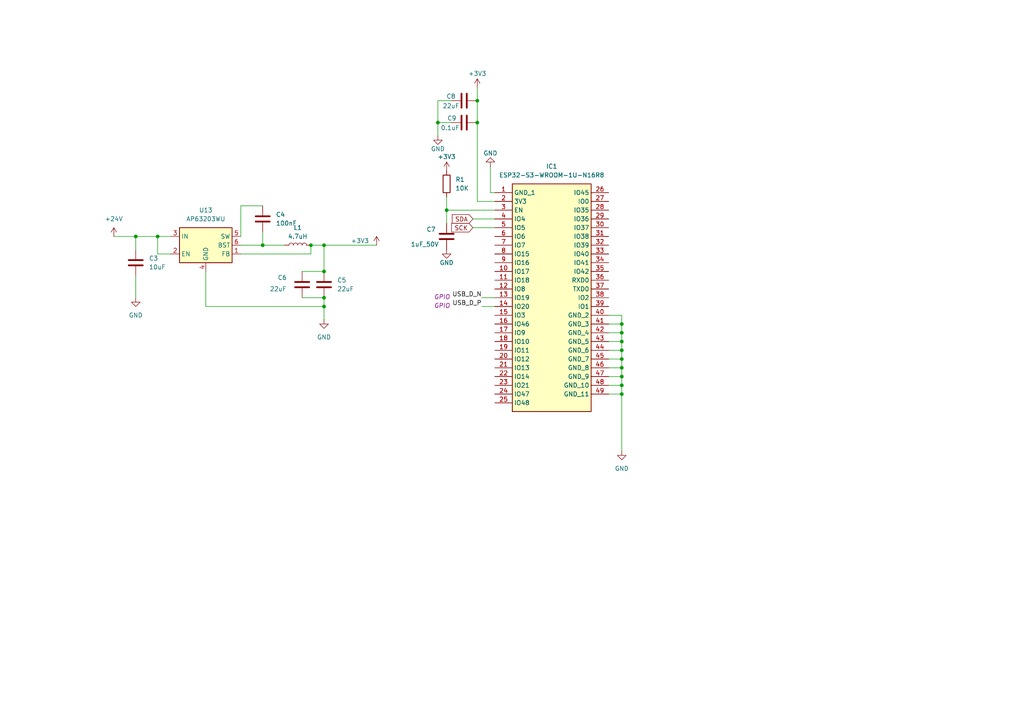
<source format=kicad_sch>
(kicad_sch (version 20250114) (generator "eeschema") (generator_version "9.0")
  (paper "A4")
  (lib_symbols
    (symbol "1_tme:ESP32-S3-WROOM-1U-N16R8"
      (property "Reference" "IC" (at 29.21 7.62 0))
      (property "Value" "ESP32-S3-WROOM-1U-N16R8" (at 29.21 5.08 0))
      (symbol "ESP32-S3-WROOM-1U-N16R8_1_1"
        (rectangle (start 5.08 2.54) (end 27.94 -63.5) (stroke (width 0.254)) (fill (type background)))
        (pin passive line (at 0 0 0) (length 5.08) (name "GND_1") (number "1"))
        (pin passive line (at 0 -2.54 0) (length 5.08) (name "3V3") (number "2"))
        (pin passive line (at 0 -5.08 0) (length 5.08) (name "EN") (number "3"))
        (pin passive line (at 0 -7.62 0) (length 5.08) (name "IO4") (number "4"))
        (pin passive line (at 0 -10.16 0) (length 5.08) (name "IO5") (number "5"))
        (pin passive line (at 0 -12.7 0) (length 5.08) (name "IO6") (number "6"))
        (pin passive line (at 0 -15.24 0) (length 5.08) (name "IO7") (number "7"))
        (pin passive line (at 0 -17.78 0) (length 5.08) (name "IO15") (number "8"))
        (pin passive line (at 0 -20.32 0) (length 5.08) (name "IO16") (number "9"))
        (pin passive line (at 0 -22.86 0) (length 5.08) (name "IO17") (number "10"))
        (pin passive line (at 0 -25.4 0) (length 5.08) (name "IO18") (number "11"))
        (pin passive line (at 0 -27.94 0) (length 5.08) (name "IO8") (number "12"))
        (pin passive line (at 0 -30.48 0) (length 5.08) (name "IO19") (number "13"))
        (pin passive line (at 0 -33.02 0) (length 5.08) (name "IO20") (number "14"))
        (pin passive line (at 0 -35.56 0) (length 5.08) (name "IO3") (number "15"))
        (pin passive line (at 0 -38.1 0) (length 5.08) (name "IO46") (number "16"))
        (pin passive line (at 0 -40.64 0) (length 5.08) (name "IO9") (number "17"))
        (pin passive line (at 0 -43.18 0) (length 5.08) (name "IO10") (number "18"))
        (pin passive line (at 0 -45.72 0) (length 5.08) (name "IO11") (number "19"))
        (pin passive line (at 0 -48.26 0) (length 5.08) (name "IO12") (number "20"))
        (pin passive line (at 0 -50.8 0) (length 5.08) (name "IO13") (number "21"))
        (pin passive line (at 0 -53.34 0) (length 5.08) (name "IO14") (number "22"))
        (pin passive line (at 0 -55.88 0) (length 5.08) (name "IO21") (number "23"))
        (pin passive line (at 0 -58.42 0) (length 5.08) (name "IO47") (number "24"))
        (pin passive line (at 0 -60.96 0) (length 5.08) (name "IO48") (number "25"))
        (pin passive line (at 33.02 0 180) (length 5.08) (name "IO45") (number "26"))
        (pin passive line (at 33.02 -2.54 180) (length 5.08) (name "IO0") (number "27"))
        (pin passive line (at 33.02 -5.08 180) (length 5.08) (name "IO35") (number "28"))
        (pin passive line (at 33.02 -7.62 180) (length 5.08) (name "IO36") (number "29"))
        (pin passive line (at 33.02 -10.16 180) (length 5.08) (name "IO37") (number "30"))
        (pin passive line (at 33.02 -12.7 180) (length 5.08) (name "IO38") (number "31"))
        (pin passive line (at 33.02 -15.24 180) (length 5.08) (name "IO39") (number "32"))
        (pin passive line (at 33.02 -17.78 180) (length 5.08) (name "IO40") (number "33"))
        (pin passive line (at 33.02 -20.32 180) (length 5.08) (name "IO41") (number "34"))
        (pin passive line (at 33.02 -22.86 180) (length 5.08) (name "IO42") (number "35"))
        (pin passive line (at 33.02 -25.4 180) (length 5.08) (name "RXD0") (number "36"))
        (pin passive line (at 33.02 -27.94 180) (length 5.08) (name "TXD0") (number "37"))
        (pin passive line (at 33.02 -30.48 180) (length 5.08) (name "IO2") (number "38"))
        (pin passive line (at 33.02 -33.02 180) (length 5.08) (name "IO1") (number "39"))
        (pin passive line (at 33.02 -35.56 180) (length 5.08) (name "GND_2") (number "40"))
        (pin passive line (at 33.02 -38.1 180) (length 5.08) (name "GND_3") (number "41"))
        (pin passive line (at 33.02 -40.64 180) (length 5.08) (name "GND_4") (number "42"))
        (pin passive line (at 33.02 -43.18 180) (length 5.08) (name "GND_5") (number "43"))
        (pin passive line (at 33.02 -45.72 180) (length 5.08) (name "GND_6") (number "44"))
        (pin passive line (at 33.02 -48.26 180) (length 5.08) (name "GND_7") (number "45"))
        (pin passive line (at 33.02 -50.8 180) (length 5.08) (name "GND_8") (number "46"))
        (pin passive line (at 33.02 -53.34 180) (length 5.08) (name "GND_9") (number "47"))
        (pin passive line (at 33.02 -55.88 180) (length 5.08) (name "GND_10") (number "48"))
        (pin passive line (at 33.02 -58.42 180) (length 5.08) (name "GND_11") (number "49"))
      )
    )
    (symbol "Device:C" (pin_numbers (hide yes)) (pin_names (offset 0.254))
      (property "Reference" "C" (at 0.635 2.54 0))
      (property "Value" "C" (at 0.635 -2.54 0))
      (symbol "C_0_1"
        (polyline (pts (xy -2.032 0.762) (xy 2.032 0.762)) (stroke (width 0.508)))
        (polyline (pts (xy -2.032 -0.762) (xy 2.032 -0.762)) (stroke (width 0.508)))
      )
      (symbol "C_1_1"
        (pin passive line (at 0 3.81 270) (length 2.794) (name "~") (number "1"))
        (pin passive line (at 0 -3.81 90) (length 2.794) (name "~") (number "2"))
      )
    )
    (symbol "Device:L" (pin_numbers (hide yes)) (pin_names (offset 1.016) (hide yes))
      (property "Reference" "L" (at -1.27 0 90))
      (property "Value" "L" (at 1.905 0 90))
      (symbol "L_0_1"
        (arc (start 0 2.54) (mid 0.6323 1.905) (end 0 1.27))
        (arc (start 0 1.27) (mid 0.6323 0.635) (end 0 0))
        (arc (start 0 0) (mid 0.6323 -0.635) (end 0 -1.27))
        (arc (start 0 -1.27) (mid 0.6323 -1.905) (end 0 -2.54))
      )
      (symbol "L_1_1"
        (pin passive line (at 0 3.81 270) (length 1.27) (name "1") (number "1"))
        (pin passive line (at 0 -3.81 90) (length 1.27) (name "2") (number "2"))
      )
    )
    (symbol "Device:R" (pin_numbers (hide yes)) (pin_names (offset 0))
      (property "Reference" "R" (at 2.032 0 90))
      (property "Value" "R" (at 0 0 90))
      (symbol "R_0_1"
        (rectangle (start -1.016 -2.54) (end 1.016 2.54) (stroke (width 0.254)))
      )
      (symbol "R_1_1"
        (pin passive line (at 0 3.81 270) (length 1.27) (name "~") (number "1"))
        (pin passive line (at 0 -3.81 90) (length 1.27) (name "~") (number "2"))
      )
    )
    (symbol "Regulator_Switching:AP63203WU"
      (property "Reference" "U" (at -7.62 6.35 0))
      (property "Value" "AP63203WU" (at 2.54 6.35 0))
      (symbol "AP63203WU_0_1"
        (rectangle (start -7.62 5.08) (end 7.62 -5.08) (stroke (width 0.254)) (fill (type background)))
      )
      (symbol "AP63203WU_1_1"
        (pin power_in line (at -10.16 2.54 0) (length 2.54) (name "IN") (number "3"))
        (pin input line (at -10.16 -2.54 0) (length 2.54) (name "EN") (number "2"))
        (pin power_in line (at 0 -7.62 90) (length 2.54) (name "GND") (number "4"))
        (pin output line (at 10.16 2.54 180) (length 2.54) (name "SW") (number "5"))
        (pin passive line (at 10.16 0 180) (length 2.54) (name "BST") (number "6"))
        (pin input line (at 10.16 -2.54 180) (length 2.54) (name "FB") (number "1"))
      )
    )
    (symbol "power:+24V" (power) (pin_numbers (hide yes)) (pin_names (offset 0) (hide yes))
      (property "Value" "+24V" (at 0 3.556 0))
      (symbol "+24V_0_1"
        (polyline (pts (xy -0.762 1.27) (xy 0 2.54)))
        (polyline (pts (xy 0 2.54) (xy 0.762 1.27)))
        (polyline (pts (xy 0 0) (xy 0 2.54)))
      )
      (symbol "+24V_1_1"
        (pin power_in line (at 0 0 90) (length 0) (name "~") (number "1"))
      )
    )
    (symbol "power:+5VD" (power) (pin_numbers (hide yes)) (pin_names (offset 0) (hide yes))
      (property "Value" "+5VD" (at 0 3.556 0))
      (symbol "+5VD_0_1"
        (polyline (pts (xy -0.762 1.27) (xy 0 2.54)))
        (polyline (pts (xy 0 2.54) (xy 0.762 1.27)))
        (polyline (pts (xy 0 0) (xy 0 2.54)))
      )
      (symbol "+5VD_1_1"
        (pin power_in line (at 0 0 90) (length 0) (name "~") (number "1"))
      )
    )
    (symbol "power:GND" (power) (pin_numbers (hide yes)) (pin_names (offset 0) (hide yes))
      (property "Value" "GND" (at 0 -3.81 0))
      (symbol "GND_0_1"
        (polyline (pts (xy 0 0) (xy 0 -1.27) (xy 1.27 -1.27) (xy 0 -2.54) (xy -1.27 -1.27) (xy 0 -1.27)))
      )
      (symbol "GND_1_1"
        (pin power_in line (at 0 0 270) (length 0) (name "~") (number "1"))
      )
    )
  )
  (junction (at 138.43 29.21))
  (junction (at 76.2 71.12))
  (junction (at 93.98 71.12))
  (junction (at 93.98 86.36))
  (junction (at 138.43 35.56))
  (junction (at 180.34 106.68))
  (junction (at 180.34 93.98))
  (junction (at 180.34 96.52))
  (junction (at 39.37 68.58))
  (junction (at 180.34 111.76))
  (junction (at 93.98 88.9))
  (junction (at 129.54 60.96))
  (junction (at 180.34 109.22))
  (junction (at 93.98 78.74))
  (junction (at 180.34 114.3))
  (junction (at 180.34 101.6))
  (junction (at 45.72 68.58))
  (junction (at 127 35.56))
  (junction (at 180.34 99.06))
  (junction (at 90.17 71.12))
  (junction (at 180.34 104.14))
  (wire (pts (xy 142.24 55.88) (xy 143.51 55.88)))
  (wire (pts (xy 129.54 57.15) (xy 129.54 60.96)))
  (wire (pts (xy 176.53 93.98) (xy 180.34 93.98)))
  (wire (pts (xy 127 29.21) (xy 130.81 29.21)))
  (wire (pts (xy 39.37 68.58) (xy 45.72 68.58)))
  (wire (pts (xy 180.34 111.76) (xy 180.34 114.3)))
  (wire (pts (xy 93.98 86.36) (xy 93.98 88.9)))
  (wire (pts (xy 69.85 59.69) (xy 76.2 59.69)))
  (wire (pts (xy 93.98 71.12) (xy 109.22 71.12)))
  (wire (pts (xy 39.37 68.58) (xy 39.37 72.39)))
  (wire (pts (xy 176.53 114.3) (xy 180.34 114.3)))
  (wire (pts (xy 138.43 25.4) (xy 138.43 29.21)))
  (wire (pts (xy 176.53 109.22) (xy 180.34 109.22)))
  (wire (pts (xy 138.43 58.42) (xy 143.51 58.42)))
  (wire (pts (xy 59.69 88.9) (xy 59.69 78.74)))
  (wire (pts (xy 180.34 109.22) (xy 180.34 111.76)))
  (wire (pts (xy 49.53 73.66) (xy 45.72 73.66)))
  (wire (pts (xy 176.53 111.76) (xy 180.34 111.76)))
  (wire (pts (xy 139.7 88.9) (xy 143.51 88.9)))
  (wire (pts (xy 76.2 71.12) (xy 82.55 71.12)))
  (wire (pts (xy 180.34 99.06) (xy 180.34 101.6)))
  (wire (pts (xy 180.34 104.14) (xy 180.34 106.68)))
  (wire (pts (xy 139.7 86.36) (xy 143.51 86.36)))
  (wire (pts (xy 127 35.56) (xy 127 29.21)))
  (wire (pts (xy 69.85 71.12) (xy 76.2 71.12)))
  (wire (pts (xy 176.53 101.6) (xy 180.34 101.6)))
  (wire (pts (xy 69.85 68.58) (xy 69.85 59.69)))
  (wire (pts (xy 176.53 106.68) (xy 180.34 106.68)))
  (wire (pts (xy 39.37 80.01) (xy 39.37 86.36)))
  (wire (pts (xy 176.53 96.52) (xy 180.34 96.52)))
  (wire (pts (xy 93.98 88.9) (xy 93.98 92.71)))
  (wire (pts (xy 180.34 114.3) (xy 180.34 130.81)))
  (wire (pts (xy 90.17 71.12) (xy 90.17 73.66)))
  (wire (pts (xy 176.53 91.44) (xy 180.34 91.44)))
  (wire (pts (xy 127 39.37) (xy 127 35.56)))
  (wire (pts (xy 45.72 73.66) (xy 45.72 68.58)))
  (wire (pts (xy 180.34 101.6) (xy 180.34 104.14)))
  (wire (pts (xy 138.43 29.21) (xy 138.43 35.56)))
  (wire (pts (xy 138.43 35.56) (xy 138.43 58.42)))
  (wire (pts (xy 93.98 88.9) (xy 59.69 88.9)))
  (wire (pts (xy 127 35.56) (xy 130.81 35.56)))
  (wire (pts (xy 129.54 60.96) (xy 129.54 64.77)))
  (wire (pts (xy 33.02 68.58) (xy 39.37 68.58)))
  (wire (pts (xy 143.51 60.96) (xy 129.54 60.96)))
  (wire (pts (xy 176.53 104.14) (xy 180.34 104.14)))
  (wire (pts (xy 69.85 73.66) (xy 90.17 73.66)))
  (wire (pts (xy 180.34 91.44) (xy 180.34 93.98)))
  (wire (pts (xy 142.24 48.26) (xy 142.24 55.88)))
  (wire (pts (xy 137.16 63.5) (xy 143.51 63.5)))
  (wire (pts (xy 180.34 96.52) (xy 180.34 99.06)))
  (wire (pts (xy 90.17 71.12) (xy 93.98 71.12)))
  (wire (pts (xy 45.72 68.58) (xy 49.53 68.58)))
  (wire (pts (xy 76.2 67.31) (xy 76.2 71.12)))
  (wire (pts (xy 87.63 86.36) (xy 93.98 86.36)))
  (wire (pts (xy 137.16 66.04) (xy 143.51 66.04)))
  (wire (pts (xy 180.34 93.98) (xy 180.34 96.52)))
  (wire (pts (xy 87.63 78.74) (xy 93.98 78.74)))
  (wire (pts (xy 93.98 71.12) (xy 93.98 78.74)))
  (wire (pts (xy 176.53 99.06) (xy 180.34 99.06)))
  (wire (pts (xy 180.34 106.68) (xy 180.34 109.22)))
  (label "USB_D_N" (at 139.7 86.36 180) (property "Netclass" "GPIO" (at 130.556 86.106 0) (effects (font (italic yes)) (justify right))))
  (label "USB_D_P" (at 139.7 88.9 180) (property "Netclass" "GPIO" (at 130.556 88.646 0) (effects (font (italic yes)) (justify right))))
  (global_label "SDA" (shape input) (at 137.16 63.5 180) (property "Intersheetrefs" "${INTERSHEET_REFS}" (effects (hide yes))))
  (global_label "SCK" (shape input) (at 137.16 66.04 180) (property "Intersheetrefs" "${INTERSHEET_REFS}" (effects (hide yes))))
  (symbol (lib_id "Device:C") (at 134.62 35.56 90) (unit 1)
    (property "Reference" "C9" (at 131.064 34.29 90))
    (property "Value" "0.1uF" (at 130.556 37.084 90))
    (property "Footprint" "Capacitor_SMD:C_0805_2012Metric_Pad1.18x1.45mm_HandSolder" (effects (hide yes)))
    (property "Description" "Unpolarized capacitor" (effects (hide yes)))
  )
  (symbol (lib_id "Device:C") (at 129.54 68.58 0) (unit 1)
    (property "Reference" "C7" (at 123.698 66.548 0) (effects (justify left)))
    (property "Value" "1uF_50V" (at 119.126 70.866 0) (effects (justify left)))
    (property "Footprint" "Capacitor_SMD:C_0805_2012Metric_Pad1.18x1.45mm_HandSolder" (effects (hide yes)))
    (property "Description" "Unpolarized capacitor" (effects (hide yes)))
  )
  (symbol (lib_id "Device:C") (at 39.37 76.2 0) (unit 1)
    (property "Reference" "C3" (at 43.18 74.9299 0) (effects (justify left)))
    (property "Value" "10uF" (at 43.18 77.4699 0) (effects (justify left)))
    (property "Footprint" "Capacitor_SMD:C_0805_2012Metric_Pad1.18x1.45mm_HandSolder" (effects (hide yes)))
    (property "Description" "Unpolarized capacitor" (effects (hide yes)))
  )
  (symbol (lib_id "power:+5VD") (at 109.22 71.12 0) (unit 1)
    (property "Reference" "#PWR031" (effects (hide yes)))
    (property "Value" "+3V3" (at 104.394 69.85 0))
    (property "Description" "Power symbol creates a global label with name \"+5VD\"" (effects (hide yes)))
  )
  (symbol (lib_id "Device:L") (at 86.36 71.12 90) (unit 1)
    (property "Reference" "L1" (at 86.36 66.04 90))
    (property "Value" "4.7uH" (at 86.36 68.58 90))
    (property "Footprint" "1_tme:LSXND6060YEL4R7NMG" (effects (hide yes)))
    (property "Description" "Inductor" (effects (hide yes)))
  )
  (symbol (lib_id "power:+5VD") (at 138.43 25.4 0) (unit 1)
    (property "Reference" "#PWR027" (effects (hide yes)))
    (property "Value" "+3V3" (at 138.43 21.336 0))
    (property "Description" "Power symbol creates a global label with name \"+5VD\"" (effects (hide yes)))
  )
  (symbol (lib_id "power:+24V") (at 33.02 68.58 0) (unit 1)
    (property "Reference" "#PWR029" (effects (hide yes)))
    (property "Value" "+24V" (at 33.02 63.5 0))
    (property "Description" "Power symbol creates a global label with name \"+24V\"" (effects (hide yes)))
  )
  (symbol (lib_id "Device:R") (at 129.54 53.34 0) (unit 1)
    (property "Reference" "R1" (at 132.08 52.0699 0) (effects (justify left)))
    (property "Value" "10K" (at 132.08 54.6099 0) (effects (justify left)))
    (property "Footprint" "PCM_Resistor_SMD_AKL:R_0805_2012Metric_Pad1.20x1.40mm_HandSolder" (effects (hide yes)))
    (property "Description" "Resistor" (effects (hide yes)))
  )
  (symbol (lib_id "Device:C") (at 93.98 82.55 0) (unit 1)
    (property "Reference" "C5" (at 97.79 81.2799 0) (effects (justify left)))
    (property "Value" "22uF" (at 97.79 83.8199 0) (effects (justify left)))
    (property "Footprint" "Capacitor_SMD:C_0805_2012Metric_Pad1.18x1.45mm_HandSolder" (effects (hide yes)))
    (property "Description" "Unpolarized capacitor" (effects (hide yes)))
  )
  (symbol (lib_id "1_tme:ESP32-S3-WROOM-1U-N16R8") (at 143.51 55.88 0) (unit 1)
    (property "Reference" "IC1" (at 160.02 48.26 0))
    (property "Value" "ESP32-S3-WROOM-1U-N16R8" (at 160.02 50.8 0))
    (property "Footprint" "ESP32S3WROOM1UN16R8" (effects (hide yes)))
    (property "Datasheet" "https://www.espressif.com/sites/default/files/documentation/esp32-s3-wroom-1_wroom-1u_datasheet_en.pdf" (effects (hide yes)))
    (property "Description" "WiFi Modules - 802.11 [Engineering Samples] SMD Module, ESP32-S3R8, 8 MB Octal PSRAM Die, 16 MB Quad SPI Flash, IPEX Antenna Connector" (effects (hide yes)))
    (property "Height" "3.35" (effects (hide yes)))
    (property "Manufacturer_Name" "Espressif Systems" (effects (hide yes)))
    (property "Manufacturer_Part_Number" "ESP32-S3-WROOM-1U-N16R8" (effects (hide yes)))
  )
  (symbol (lib_id "Regulator_Switching:AP63203WU") (at 59.69 71.12 0) (unit 1)
    (property "Reference" "U13" (at 59.69 60.96 0))
    (property "Value" "AP63203WU" (at 59.69 63.5 0))
    (property "Footprint" "Package_TO_SOT_SMD:TSOT-23-6" (effects (hide yes)))
    (property "Datasheet" "https://www.diodes.com/assets/Datasheets/AP63200-AP63201-AP63203-AP63205.pdf" (effects (hide yes)))
    (property "Description" "2A, 1.1MHz Buck DC/DC Converter, fixed 3.3V output voltage, TSOT-23-6" (effects (hide yes)))
  )
  (symbol (lib_id "power:GND") (at 93.98 92.71 0) (unit 1)
    (property "Reference" "#PWR030" (effects (hide yes)))
    (property "Value" "GND" (at 93.98 97.79 0))
    (property "Description" "Power symbol creates a global label with name \"GND\" , ground" (effects (hide yes)))
  )
  (symbol (lib_id "Device:C") (at 76.2 63.5 0) (unit 1)
    (property "Reference" "C4" (at 80.01 62.2299 0) (effects (justify left)))
    (property "Value" "100nF" (at 80.01 64.7699 0) (effects (justify left)))
    (property "Footprint" "Capacitor_SMD:C_0805_2012Metric_Pad1.18x1.45mm_HandSolder" (effects (hide yes)))
    (property "Description" "Unpolarized capacitor" (effects (hide yes)))
  )
  (symbol (lib_id "power:GND") (at 142.24 48.26 180) (unit 1)
    (property "Reference" "#PWR019" (effects (hide yes)))
    (property "Value" "GND" (at 142.24 44.45 0))
    (property "Description" "Power symbol creates a global label with name \"GND\" , ground" (effects (hide yes)))
  )
  (symbol (lib_id "power:+5VD") (at 129.54 49.53 0) (unit 1)
    (property "Reference" "#PWR034" (effects (hide yes)))
    (property "Value" "+3V3" (at 129.54 45.466 0))
    (property "Description" "Power symbol creates a global label with name \"+5VD\"" (effects (hide yes)))
  )
  (symbol (lib_id "power:GND") (at 129.54 72.39 0) (unit 1)
    (property "Reference" "#PWR035" (effects (hide yes)))
    (property "Value" "GND" (at 129.54 76.2 0))
    (property "Description" "Power symbol creates a global label with name \"GND\" , ground" (effects (hide yes)))
  )
  (symbol (lib_id "power:GND") (at 127 39.37 0) (unit 1)
    (property "Reference" "#PWR036" (effects (hide yes)))
    (property "Value" "GND" (at 127 43.18 0))
    (property "Description" "Power symbol creates a global label with name \"GND\" , ground" (effects (hide yes)))
  )
  (symbol (lib_id "power:GND") (at 180.34 130.81 0) (unit 1)
    (property "Reference" "#PWR020" (effects (hide yes)))
    (property "Value" "GND" (at 180.34 135.89 0))
    (property "Description" "Power symbol creates a global label with name \"GND\" , ground" (effects (hide yes)))
  )
  (symbol (lib_id "Device:C") (at 87.63 82.55 0) (unit 1)
    (property "Reference" "C6" (at 80.518 80.518 0) (effects (justify left)))
    (property "Value" "22uF" (at 78.232 83.82 0) (effects (justify left)))
    (property "Footprint" "Capacitor_SMD:C_0805_2012Metric_Pad1.18x1.45mm_HandSolder" (effects (hide yes)))
    (property "Description" "Unpolarized capacitor" (effects (hide yes)))
  )
  (symbol (lib_id "power:GND") (at 39.37 86.36 0) (unit 1)
    (property "Reference" "#PWR032" (effects (hide yes)))
    (property "Value" "GND" (at 39.37 91.44 0))
    (property "Description" "Power symbol creates a global label with name \"GND\" , ground" (effects (hide yes)))
  )
  (symbol (lib_id "Device:C") (at 134.62 29.21 90) (unit 1)
    (property "Reference" "C8" (at 130.81 27.94 90))
    (property "Value" "22uF" (at 130.81 30.734 90))
    (property "Footprint" "Capacitor_SMD:C_0805_2012Metric_Pad1.18x1.45mm_HandSolder" (effects (hide yes)))
    (property "Description" "Unpolarized capacitor" (effects (hide yes)))
  )
)
</source>
